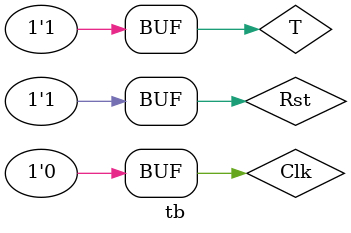
<source format=v>
module part1(input [2:0]KEY,
				 output [15:0]num);
	
	counter c1(KEY[2],KEY[1],KEY[0],num[15:0]);
	
endmodule

module T_ff(input t,
			  input clk,
			  input rst,
			  output reg Q);

	initial begin
		Q = 1'b0;
	end
			  
	always@(posedge clk or negedge rst)
		if (~rst)
			Q = 1'b0;
		else
		begin
			if (clk)
				if (t)
					Q = ~Q;
		end
	
endmodule

module counter(input Enable,
					input Clk,
					input Rst,
					output [15:0]num);
	
	wire [15:0]t;
	assign t[0] = Enable;
	assign t[1] = num[0]&t[0];
	assign t[2] = num[1]&t[1];
	assign t[3] = num[2]&t[2];
	assign t[4] = num[3]&t[3];
	assign t[5] = num[4]&t[4];
	assign t[6] = num[5]&t[5];
	assign t[7] = num[6]&t[6];
	assign t[8] = num[7]&t[7];
	assign t[9] = num[8]&t[1];
	assign t[10] = num[9]&t[9];
	assign t[11] = num[10]&t[10];
	assign t[12] = num[11]&t[11];
	assign t[13] = num[12]&t[12];
	assign t[14] = num[13]&t[13];
	assign t[15] = num[14]&t[14];
	
	T_ff c_0(t[0],Clk,Rst,num[0]);
	T_ff c_1(t[1],Clk,Rst,num[1]);
	T_ff c_2(t[2],Clk,Rst,num[2]);
	T_ff c_3(t[3],Clk,Rst,num[3]);
	T_ff c_4(t[4],Clk,Rst,num[4]);
	T_ff c_5(t[5],Clk,Rst,num[5]);
	T_ff c_6(t[6],Clk,Rst,num[6]);
	T_ff c_7(t[7],Clk,Rst,num[7]);
	T_ff c_8(t[8],Clk,Rst,num[8]);
	T_ff c_9(t[9],Clk,Rst,num[9]);
	T_ff c_10(t[10],Clk,Rst,num[10]);
	T_ff c_11(t[11],Clk,Rst,num[11]);
	T_ff c_12(t[12],Clk,Rst,num[12]);
	T_ff c_13(t[13],Clk,Rst,num[13]);
	T_ff c_14(t[14],Clk,Rst,num[14]);
	T_ff c_15(t[15],Clk,Rst,num[15]);
					
endmodule

module tb();
	
	reg T;
	reg Clk;
	reg Rst;
	wire [15:0]num;
	
	counter c1(T,Clk,Rst,num[15:0]);
	
	initial begin
		#0		Rst = 1'b1; Clk = 1'b0; T = 1'b1;
		#100 	Rst = 1'b0; Clk = 1'b0; T = 1'b1;
		#100 	Rst = 1'b1; Clk = 1'b0; T = 1'b1;
		#100 	Rst = 1'b1; Clk = 1'b1; T = 1'b1;
		#100 	Rst = 1'b1; Clk = 1'b0; T = 1'b1;
		#100 	Rst = 1'b1; Clk = 1'b1; T = 1'b1;
		#100 	Rst = 1'b1; Clk = 1'b0; T = 1'b1;
		#100 	Rst = 1'b1; Clk = 1'b1; T = 1'b1;
		#100 	Rst = 1'b1; Clk = 1'b0; T = 1'b1;
		#100 	Rst = 1'b1; Clk = 1'b1; T = 1'b1;
		#100 	Rst = 1'b1; Clk = 1'b0; T = 1'b1;
		#100 	Rst = 1'b1; Clk = 1'b1; T = 1'b1;
		#100 	Rst = 1'b1; Clk = 1'b0; T = 1'b1;
		#100 	Rst = 1'b1; Clk = 1'b1; T = 1'b1;
		#100 	Rst = 1'b1; Clk = 1'b0; T = 1'b1;
		#100 	Rst = 1'b1; Clk = 1'b1; T = 1'b1;
		#100 	Rst = 1'b1; Clk = 1'b0; T = 1'b1;
		#100 ;
	end
	
endmodule


					
</source>
